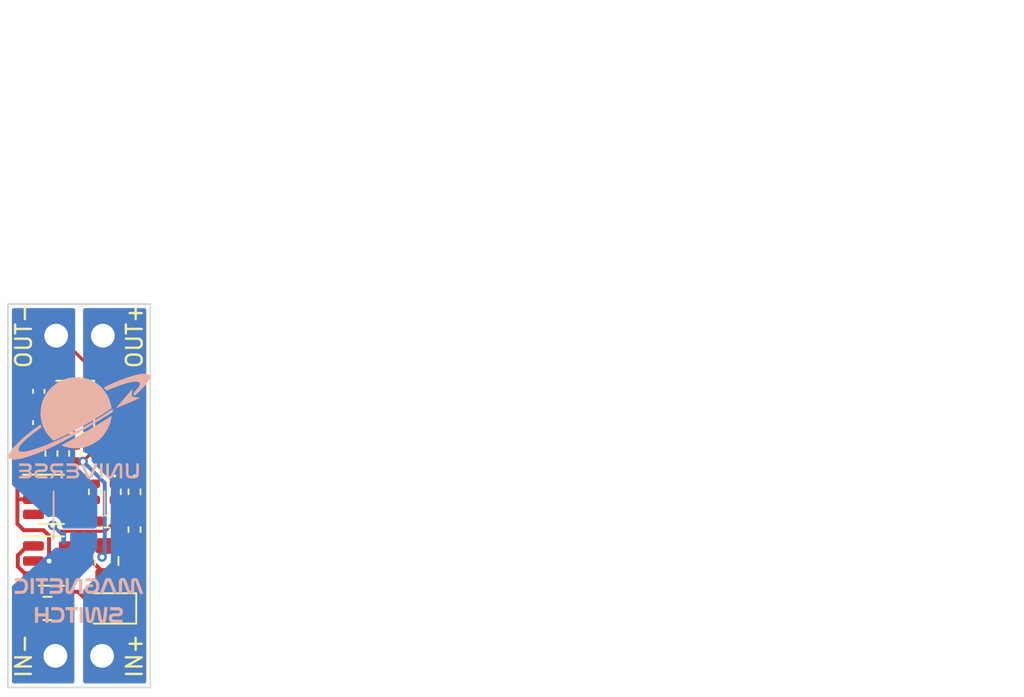
<source format=kicad_pcb>
(kicad_pcb (version 20211014) (generator pcbnew)
  (layers (0 "F.Cu" signal) (31 "B.Cu" signal) (34 "B.Paste" user) (35 "F.Paste" user) (36 "B.SilkS" user "B.Silkscreen") (37 "F.SilkS" user "F.Silkscreen") (38 "B.Mask" user) (39 "F.Mask" user) (44 "Edge.Cuts" user))
  (net 0 "")
  (net 1 "Net-(C1-Pad1)")
  (net 2 "GND")
  (net 3 "+3V3")
  (net 4 "/IN")
  (net 5 "/OUT")
  (net 6 "+BATT")
  (net 8 "Net-(R5-Pad1)")
  (net 9 "Net-(D2-Pad1)")
  (net 10 "Net-(D3-Pad1)")
  (net 11 "/OUT_BATT")
  (net 12 "Net-(C2-Pad1)")
  (net 13 "Net-(Q1-Pad1)")
  (footprint "Resistor_SMD:R_0402_1005Metric" (layer "F.Cu") (at 173 90.375 -90)
    (fp_text reference "R7")
    (fp_text value "1k")
    (pad "1" smd roundrect (at -0.51 0 270) (size 0.54 0.64) (layers "F.Cu" "F.Paste" "F.Mask") (net 10 "Net-(D3-Pad1)"))
    (pad "2" smd roundrect (at 0.51 0 270) (size 0.54 0.64) (layers "F.Cu" "F.Paste" "F.Mask") (net 11 "/OUT_BATT"))
  )
  (footprint "Resistor_SMD:R_0402_1005Metric" (layer "F.Cu") (at 171.75 90.375 -90)
    (fp_text reference "R6")
    (fp_text value "1k")
    (pad "1" smd roundrect (at -0.51 0 270) (size 0.54 0.64) (layers "F.Cu" "F.Paste" "F.Mask") (net 9 "Net-(D2-Pad1)"))
    (pad "2" smd roundrect (at 0.51 0 270) (size 0.54 0.64) (layers "F.Cu" "F.Paste" "F.Mask") (net 2 "GND"))
  )
  (footprint "LED_SMD:LED_0402_1005Metric" (layer "F.Cu") (at 171.75 88.2825 90)
    (fp_text reference "D2")
    (fp_text value "RED")
    (pad "1" smd roundrect (at -0.485 0 90) (size 0.59 0.64) (layers "F.Cu" "F.Paste" "F.Mask") (net 9 "Net-(D2-Pad1)"))
    (pad "2" smd roundrect (at 0.485 0 90) (size 0.59 0.64) (layers "F.Cu" "F.Paste" "F.Mask") (net 3 "+3V3"))
  )
  (footprint "Package_TO_SOT_SMD:SOT-23-5" (layer "F.Cu") (at 167.75 94.75)
    (fp_text reference "U2")
    (fp_text value "LD2980ABM33TR")
    (pad "1" smd roundrect (at -1.1375 -0.95) (size 1.325 0.6) (layers "F.Cu" "F.Paste" "F.Mask") (net 1 "Net-(C1-Pad1)"))
    (pad "2" smd roundrect (at -1.1375 0) (size 1.325 0.6) (layers "F.Cu" "F.Paste" "F.Mask") (net 2 "GND"))
    (pad "3" smd roundrect (at -1.1375 0.95) (size 1.325 0.6) (layers "F.Cu" "F.Paste" "F.Mask") (net 1 "Net-(C1-Pad1)"))
    (pad "4" smd roundrect (at 1.1375 0.95) (size 1.325 0.6) (layers "F.Cu" "F.Paste" "F.Mask"))
    (pad "5" smd roundrect (at 1.1375 -0.95) (size 1.325 0.6) (layers "F.Cu" "F.Paste" "F.Mask") (net 3 "+3V3"))
  )
  (footprint "Capacitor_SMD:C_0402_1005Metric" (layer "F.Cu") (at 166.95 86 90)
    (fp_text reference "C3")
    (fp_text value "4,7nF")
    (pad "1" smd roundrect (at -0.48 0 90) (size 0.56 0.62) (layers "F.Cu" "F.Paste" "F.Mask") (net 4 "/IN"))
    (pad "2" smd roundrect (at 0.48 0 90) (size 0.56 0.62) (layers "F.Cu" "F.Paste" "F.Mask") (net 2 "GND"))
  )
  (footprint "Resistor_SMD:R_0402_1005Metric" (layer "F.Cu") (at 167.75 87.95 -90)
    (fp_text reference "R2")
    (fp_text value "1,2k")
    (pad "1" smd roundrect (at -0.51 0 270) (size 0.54 0.64) (layers "F.Cu" "F.Paste" "F.Mask") (net 4 "/IN"))
    (pad "2" smd roundrect (at 0.51 0 270) (size 0.54 0.64) (layers "F.Cu" "F.Paste" "F.Mask") (net 3 "+3V3"))
  )
  (footprint "Package_TO_SOT_SMD:SC-59" (layer "F.Cu") (at 169.5 85)
    (fp_text reference "U1")
    (fp_text value "TLV4906K")
    (pad "1" smd rect (at -1.2 -0.95) (size 0.9 0.8) (layers "F.Cu" "F.Paste" "F.Mask") (net 12 "Net-(C2-Pad1)"))
    (pad "2" smd rect (at -1.2 0.95) (size 0.9 0.8) (layers "F.Cu" "F.Paste" "F.Mask") (net 4 "/IN"))
    (pad "3" smd rect (at 1.2 0) (size 0.9 0.8) (layers "F.Cu" "F.Paste" "F.Mask") (net 2 "GND"))
  )
  (footprint "Capacitor_SMD:C_0805_2012Metric" (layer "F.Cu") (at 171.25 94.75 -90)
    (fp_text reference "C4")
    (fp_text value "1uF")
    (pad "1" smd roundrect (at -0.95 0 270) (size 1 1.45) (layers "F.Cu" "F.Paste" "F.Mask") (net 3 "+3V3"))
    (pad "2" smd roundrect (at 0.95 0 270) (size 1 1.45) (layers "F.Cu" "F.Paste" "F.Mask") (net 2 "GND"))
  )
  (footprint "SIM800L (1):1 pad tht" (layer "F.Cu") (at 168 80.5 90)
    (fp_text reference "J2")
    (fp_text value "Pow_Out")
    (pad "1" thru_hole roundrect (at 0 0.05 90) (size 3 2) (drill 1.5) (layers *.Cu *.Mask) (net 11 "/OUT_BATT"))
    (pad "2" thru_hole roundrect (at 0 3 90) (size 3 2) (drill 1.5) (layers *.Cu *.Mask) (net 6 "+BATT"))
  )
  (footprint "Resistor_SMD:R_0402_1005Metric" (layer "F.Cu") (at 170.5 90.375 -90)
    (fp_text reference "R5")
    (fp_text value "10k")
    (pad "1" smd roundrect (at -0.51 0 270) (size 0.54 0.64) (layers "F.Cu" "F.Paste" "F.Mask") (net 8 "Net-(R5-Pad1)"))
    (pad "2" smd roundrect (at 0.51 0 270) (size 0.54 0.64) (layers "F.Cu" "F.Paste" "F.Mask") (net 3 "+3V3"))
  )
  (footprint "Diode_SMD:D_0805_2012Metric" (layer "F.Cu") (at 171.425 97.75 180)
    (fp_text reference "D1")
    (fp_text value "DIODE")
    (pad "1" smd roundrect (at -0.9375 0 180) (size 0.975 1.4) (layers "F.Cu" "F.Paste" "F.Mask") (net 6 "+BATT"))
    (pad "2" smd roundrect (at 0.9375 0 180) (size 0.975 1.4) (layers "F.Cu" "F.Paste" "F.Mask") (net 1 "Net-(C1-Pad1)"))
  )
  (footprint "Resistor_SMD:R_0402_1005Metric" (layer "F.Cu") (at 169.25 87.95 -90)
    (fp_text reference "R1")
    (fp_text value "200R")
    (pad "1" smd roundrect (at -0.51 0 270) (size 0.54 0.64) (layers "F.Cu" "F.Paste" "F.Mask") (net 12 "Net-(C2-Pad1)"))
    (pad "2" smd roundrect (at 0.51 0 270) (size 0.54 0.64) (layers "F.Cu" "F.Paste" "F.Mask") (net 3 "+3V3"))
  )
  (footprint "SIM800L (1):1 pad tht" (layer "F.Cu") (at 167.95 100.75 90)
    (fp_text reference "J1")
    (fp_text value "Pow_In")
    (pad "1" thru_hole roundrect (at 0 0.05 90) (size 3 2) (drill 1.5) (layers *.Cu *.Mask) (net 2 "GND"))
    (pad "2" thru_hole roundrect (at 0 3 90) (size 3 2) (drill 1.5) (layers *.Cu *.Mask) (net 6 "+BATT"))
  )
  (footprint "Capacitor_SMD:C_0402_1005Metric" (layer "F.Cu") (at 166.95 84.02 -90)
    (fp_text reference "C2")
    (fp_text value "4,7nF")
    (pad "1" smd roundrect (at -0.48 0 270) (size 0.56 0.62) (layers "F.Cu" "F.Paste" "F.Mask") (net 12 "Net-(C2-Pad1)"))
    (pad "2" smd roundrect (at 0.48 0 270) (size 0.56 0.62) (layers "F.Cu" "F.Paste" "F.Mask") (net 2 "GND"))
  )
  (footprint "Resistor_SMD:R_0402_1005Metric" (layer "F.Cu") (at 173 92.76 -90)
    (fp_text reference "R4")
    (fp_text value "100k")
    (pad "1" smd roundrect (at -0.51 0 270) (size 0.54 0.64) (layers "F.Cu" "F.Paste" "F.Mask") (net 13 "Net-(Q1-Pad1)"))
    (pad "2" smd roundrect (at 0.51 0 270) (size 0.54 0.64) (layers "F.Cu" "F.Paste" "F.Mask") (net 2 "GND"))
  )
  (footprint "LED_SMD:LED_0402_1005Metric" (layer "F.Cu") (at 173 88.275 90)
    (fp_text reference "D3")
    (fp_text value "GREEN")
    (pad "1" smd roundrect (at -0.485 0 90) (size 0.59 0.64) (layers "F.Cu" "F.Paste" "F.Mask") (net 10 "Net-(D3-Pad1)"))
    (pad "2" smd roundrect (at 0.485 0 90) (size 0.59 0.64) (layers "F.Cu" "F.Paste" "F.Mask") (net 6 "+BATT"))
  )
  (footprint "Capacitor_SMD:C_0805_2012Metric" (layer "F.Cu") (at 167.5 97.75)
    (fp_text reference "C1")
    (fp_text value "1uF")
    (pad "1" smd roundrect (at -0.95 0) (size 1 1.45) (layers "F.Cu" "F.Paste" "F.Mask") (net 1 "Net-(C1-Pad1)"))
    (pad "2" smd roundrect (at 0.95 0) (size 1 1.45) (layers "F.Cu" "F.Paste" "F.Mask") (net 2 "GND"))
  )
  (footprint "Package_TO_SOT_SMD:SOT-23-6" (layer "F.Cu") (at 167.75 90.85)
    (fp_text reference "U3")
    (fp_text value "ATtiny9-TS")
    (pad "1" smd roundrect (at -1.1375 -0.95) (size 1.325 0.6) (layers "F.Cu" "F.Paste" "F.Mask") (net 4 "/IN"))
    (pad "2" smd roundrect (at -1.1375 0) (size 1.325 0.6) (layers "F.Cu" "F.Paste" "F.Mask") (net 2 "GND"))
    (pad "3" smd roundrect (at -1.1375 0.95) (size 1.325 0.6) (layers "F.Cu" "F.Paste" "F.Mask"))
    (pad "4" smd roundrect (at 1.1375 0.95) (size 1.325 0.6) (layers "F.Cu" "F.Paste" "F.Mask") (net 5 "/OUT"))
    (pad "5" smd roundrect (at 1.1375 0) (size 1.325 0.6) (layers "F.Cu" "F.Paste" "F.Mask") (net 3 "+3V3"))
    (pad "6" smd roundrect (at 1.1375 -0.95) (size 1.325 0.6) (layers "F.Cu" "F.Paste" "F.Mask") (net 8 "Net-(R5-Pad1)"))
  )
  (footprint "Resistor_SMD:R_0402_1005Metric" (layer "F.Cu") (at 171.25 92.25)
    (fp_text reference "R3")
    (fp_text value "10k")
    (pad "1" smd roundrect (at -0.51 0) (size 0.54 0.64) (layers "F.Cu" "F.Paste" "F.Mask") (net 5 "/OUT"))
    (pad "2" smd roundrect (at 0.51 0) (size 0.54 0.64) (layers "F.Cu" "F.Paste" "F.Mask") (net 13 "Net-(Q1-Pad1)"))
  )
  (footprint "filmy i zdjęcia:UNIVERSE" (layer "B.Cu") (at 169.5 89.05 180)
    (fp_text reference "G***" hide)
    (fp_text value "LOGO" hide)
  )
  (footprint "Package_DFN_QFN:DFN-8-1EP_3x3mm_P0.65mm_EP1.7x2.05mm" (layer "B.Cu") (at 169.5 91.85 90)
    (fp_text reference "Q1")
    (fp_text value "AON7296")
    (pad "1" smd roundrect (at -1.45 -0.975 90) (size 0.8 0.3) (layers "B.Cu" "B.Paste" "B.Mask") (net 13 "Net-(Q1-Pad1)"))
    (pad "2" smd roundrect (at 1.45 0.325 90) (size 0.8 0.3) (layers "B.Cu" "B.Paste" "B.Mask") (net 11 "/OUT_BATT"))
    (pad "2" smd rect (at 0 0 90) (size 1.7 2.05) (layers "B.Cu" "B.Mask") (net 11 "/OUT_BATT"))
    (pad "2" smd roundrect (at 1.45 -0.975 90) (size 0.8 0.3) (layers "B.Cu" "B.Paste" "B.Mask") (net 11 "/OUT_BATT"))
    (pad "2" smd roundrect (at 1.45 -0.325 90) (size 0.8 0.3) (layers "B.Cu" "B.Paste" "B.Mask") (net 11 "/OUT_BATT"))
    (pad "2" smd roundrect (at 1.45 0.975 90) (size 0.8 0.3) (layers "B.Cu" "B.Paste" "B.Mask") (net 11 "/OUT_BATT"))
    (pad "3" smd roundrect (at -1.45 0.325 90) (size 0.8 0.3) (layers "B.Cu" "B.Paste" "B.Mask") (net 2 "GND"))
    (pad "3" smd roundrect (at -1.45 0.975 90) (size 0.8 0.3) (layers "B.Cu" "B.Paste" "B.Mask") (net 2 "GND"))
    (pad "3" smd roundrect (at -1.45 -0.325 90) (size 0.8 0.3) (layers "B.Cu" "B.Paste" "B.Mask") (net 2 "GND"))
  )
  (footprint "LOGO" (layer "B.Cu") (at 169.5 97.25 180)
    (fp_text reference "G***" hide)
    (fp_text value "LOGO" hide)
  )
  (footprint "filmy i zdjęcia:LOGO2" (layer "B.Cu") (at 169.280781 85.4 -135)
    (fp_text reference "G***" hide)
    (fp_text value "LOGO" hide)
  )
  (gr_rect (start 165 78.5) (end 174 102.75) (layer "Edge.Cuts") (width 0.1) (fill none))
  (gr_text "OUT-" (at 166 80.5 90) (layer "F.SilkS") (effects (font (size 1 1))))
  (gr_text "OUT+" (at 173 80.5 90) (layer "F.SilkS") (effects (font (size 1 1))))
  (gr_text "IN-" (at 166 100.75 90) (layer "F.SilkS") (effects (font (size 1 1))))
  (gr_text "IN+" (at 173 100.75 90) (layer "F.SilkS") (effects (font (size 1 1))))
  (segment (start 166.228928 93.8) (end 165.62548 94.403448) (width 0.25) (layer "F.Cu") (net 1))
  (segment (start 169.43798 96.70048) (end 170.4875 97.75) (width 0.25) (layer "F.Cu") (net 1))
  (segment (start 166.55 97.75) (end 166.55 95.7625) (width 0.25) (layer "F.Cu") (net 1))
  (segment (start 166.6125 93.8) (end 166.228928 93.8) (width 0.25) (layer "F.Cu") (net 1))
  (segment (start 166.55 95.7625) (end 166.6125 95.7) (width 0.25) (layer "F.Cu") (net 1))
  (segment (start 165.62548 94.403448) (end 165.62548 95.096552) (width 0.25) (layer "F.Cu") (net 1))
  (segment (start 166.55 97.75) (end 167.59952 96.70048) (width 0.25) (layer "F.Cu") (net 1))
  (segment (start 166.228928 95.7) (end 166.6125 95.7) (width 0.25) (layer "F.Cu") (net 1))
  (segment (start 165.62548 95.096552) (end 166.228928 95.7) (width 0.25) (layer "F.Cu") (net 1))
  (segment (start 167.59952 96.70048) (end 169.43798 96.70048) (width 0.25) (layer "F.Cu") (net 1))
  (segment (start 172.39 91.525) (end 173.269504 91.525) (width 0.2) (layer "F.Cu") (net 2))
  (segment (start 167 85) (end 166.95 85.05) (width 0.25) (layer "F.Cu") (net 2))
  (segment (start 166.6125 90.85) (end 165.6 90.85) (width 0.25) (layer "F.Cu") (net 2))
  (segment (start 165.6 92.4) (end 166 92.8) (width 0.25) (layer "F.Cu") (net 2))
  (segment (start 170.3 94.75) (end 171.25 95.7) (width 0.25) (layer "F.Cu") (net 2))
  (segment (start 167.59952 93.14952) (end 167.59952 94.74952) (width 0.25) (layer "F.Cu") (net 2))
  (segment (start 168.45 100.3) (end 168.45 97.75) (width 0.25) (layer "F.Cu") (net 2))
  (segment (start 173.61952 91.875016) (end 173.61952 92.65048) (width 0.2) (layer "F.Cu") (net 2))
  (segment (start 173 93.27) (end 173 93.95) (width 0.2) (layer "F.Cu") (net 2))
  (segment (start 167.25 92.8) (end 167.59952 93.14952) (width 0.25) (layer "F.Cu") (net 2))
  (segment (start 166 92.8) (end 167.25 92.8) (width 0.25) (layer "F.Cu") (net 2))
  (segment (start 170.7 85) (end 167 85) (width 0.25) (layer "F.Cu") (net 2))
  (segment (start 166.95 84.5) (end 166.95 85.05) (width 0.25) (layer "F.Cu") (net 2))
  (segment (start 166.95 85.05) (end 166.95 85.52) (width 0.25) (layer "F.Cu") (net 2))
  (segment (start 173.61952 92.65048) (end 173 93.27) (width 0.2) (layer "F.Cu") (net 2))
  (segment (start 168 100.75) (end 168.45 100.3) (width 0.25) (layer "F.Cu") (net 2))
  (segment (start 171.75 90.885) (end 172.39 91.525) (width 0.2) (layer "F.Cu") (net 2))
  (segment (start 173.269504 91.525) (end 173.61952 91.875016) (width 0.2) (layer "F.Cu") (net 2))
  (segment (start 165.6 86.650978) (end 166.730978 85.52) (width 0.25) (layer "F.Cu") (net 2))
  (segment (start 165.6 86.650978) (end 165.6 92.4) (width 0.25) (layer "F.Cu") (net 2))
  (segment (start 173 93.95) (end 171.25 95.7) (width 0.2) (layer "F.Cu") (net 2))
  (segment (start 166.6125 94.75) (end 167.6 94.75) (width 0.25) (layer "F.Cu") (net 2))
  (segment (start 166.730978 85.52) (end 166.95 85.52) (width 0.25) (layer "F.Cu") (net 2))
  (segment (start 167.59952 94.74952) (end 167.6 94.75) (width 0.25) (layer "F.Cu") (net 2))
  (segment (start 167.6 94.75) (end 170.3 94.75) (width 0.25) (layer "F.Cu") (net 2))
  (via (at 167.6 94.75) (size 0.6) (drill 0.3) (layers "F.Cu" "B.Cu") (net 2))
  (segment (start 170.95 94.5) (end 170.95 94.1) (width 0.25) (layer "F.Cu") (net 3))
  (segment (start 167.75 88.46) (end 167.75 90.1) (width 0.25) (layer "F.Cu") (net 3))
  (segment (start 169.75 88.45) (end 170.4025 87.7975) (width 0.2) (layer "F.Cu") (net 3))
  (segment (start 168.5 90.85) (end 168.8875 90.85) (width 0.25) (layer "F.Cu") (net 3))
  (segment (start 168.8875 93.8) (end 171.25 93.8) (width 0.25) (layer "F.Cu") (net 3))
  (segment (start 168.8875 90.85) (end 170.44 90.85) (width 0.2) (layer "F.Cu") (net 3))
  (segment (start 167.75 90.1) (end 168.5 90.85) (width 0.25) (layer "F.Cu") (net 3))
  (segment (start 169.75 88.45) (end 167.76 88.45) (width 0.25) (layer "F.Cu") (net 3))
  (segment (start 170.4025 87.7975) (end 171.75 87.7975) (width 0.2) (layer "F.Cu") (net 3))
  (segment (start 170.95 94.1) (end 171.25 93.8) (width 0.25) (layer "F.Cu") (net 3))
  (via (at 170.95 94.5) (size 0.6) (drill 0.3) (layers "F.Cu" "B.Cu") (net 3))
  (via (at 169.75 88.45) (size 0.6) (drill 0.3) (layers "F.Cu" "B.Cu") (net 3))
  (segment (start 171.1245 94.3255) (end 170.95 94.5) (width 0.25) (layer "B.Cu") (net 3))
  (segment (start 169.75 88.45) (end 171.1245 89.8245) (width 0.25) (layer "B.Cu") (net 3))
  (segment (start 171.1245 89.8245) (end 171.1245 94.3255) (width 0.25) (layer "B.Cu") (net 3))
  (segment (start 167.75 86.5) (end 168.3 85.95) (width 0.2) (layer "F.Cu") (net 4))
  (segment (start 166.6125 88.5775) (end 167.75 87.44) (width 0.2) (layer "F.Cu") (net 4))
  (segment (start 167.75 87.44) (end 167.75 86.5) (width 0.2) (layer "F.Cu") (net 4))
  (segment (start 166.95 86.48) (end 167.73 86.48) (width 0.2) (layer "F.Cu") (net 4))
  (segment (start 166.6125 89.9) (end 166.6125 88.5775) (width 0.2) (layer "F.Cu") (net 4))
  (segment (start 170.29 91.8) (end 170.74 92.25) (width 0.2) (layer "F.Cu") (net 5))
  (segment (start 168.8875 91.8) (end 170.29 91.8) (width 0.2) (layer "F.Cu") (net 5))
  (segment (start 173 87.79) (end 173 84.05) (width 0.2) (layer "F.Cu") (net 6))
  (segment (start 172.3625 97.75) (end 172.3625 99.3375) (width 0.25) (layer "F.Cu") (net 6))
  (segment (start 171 82.05) (end 171 80.5) (width 0.2) (layer "F.Cu") (net 6))
  (segment (start 172.3625 99.3375) (end 170.95 100.75) (width 0.25) (layer "F.Cu") (net 6))
  (segment (start 173 84.05) (end 171 82.05) (width 0.2) (layer "F.Cu") (net 6))
  (segment (start 168.8875 89.9) (end 170.44 89.9) (width 0.2) (layer "F.Cu") (net 8))
  (segment (start 171.75 89.84) (end 171.75 88.7675) (width 0.2) (layer "F.Cu") (net 9))
  (segment (start 173 89.84) (end 173 88.76) (width 0.2) (layer "F.Cu") (net 10))
  (segment (start 172.38048 84.680118) (end 168.200362 80.5) (width 0.2) (layer "F.Cu") (net 11))
  (segment (start 173 90.86) (end 172.38048 90.24048) (width 0.2) (layer "F.Cu") (net 11))
  (segment (start 172.38048 90.24048) (end 172.38048 84.680118) (width 0.2) (layer "F.Cu") (net 11))
  (segment (start 169.31702 87.37298) (end 169.25 87.44) (width 0.25) (layer "F.Cu") (net 12))
  (segment (start 168.3 84.05) (end 171.07 84.05) (width 0.25) (layer "F.Cu") (net 12))
  (segment (start 171.55 86.85) (end 171.02702 87.37298) (width 0.25) (layer "F.Cu") (net 12))
  (segment (start 167.79 83.54) (end 168.3 84.05) (width 0.25) (layer "F.Cu") (net 12))
  (segment (start 171.55 84.53) (end 171.55 86.85) (width 0.25) (layer "F.Cu") (net 12))
  (segment (start 166.95 83.54) (end 167.79 83.54) (width 0.25) (layer "F.Cu") (net 12))
  (segment (start 171.02702 87.37298) (end 169.31702 87.37298) (width 0.25) (layer "F.Cu") (net 12))
  (segment (start 171.07 84.05) (end 171.55 84.53) (width 0.25) (layer "F.Cu") (net 12))
  (segment (start 167.826502 92.493325) (end 168.202697 92.86952) (width 0.2) (layer "F.Cu") (net 13))
  (segment (start 171.14048 92.86952) (end 171.76 92.25) (width 0.2) (layer "F.Cu") (net 13))
  (segment (start 168.202697 92.86952) (end 171.14048 92.86952) (width 0.2) (layer "F.Cu") (net 13))
  (segment (start 171.76 92.25) (end 173 92.25) (width 0.2) (layer "F.Cu") (net 13))
  (via (at 167.826502 92.493325) (size 0.6) (drill 0.3) (layers "F.Cu" "B.Cu") (net 13))
  (segment (start 168.525 93.3) (end 168.525 93.191823) (width 0.2) (layer "B.Cu") (net 13))
  (segment (start 168.525 93.191823) (end 167.826502 92.493325) (width 0.2) (layer "B.Cu") (net 13))
  (zone (net 2) (net_name "GND") (layer "B.Cu") (connect_pads yes (clearance 0.254)) (min_thickness 0.254) (fill yes (thermal_gap 0.508) (thermal_bridge_width 0.508))
    (polygon (pts (xy 170.65 94.7) (xy 169.2 96.15) (xy 169.2 103.25) (xy 164.5 103.25) (xy 164.5 97) (xy 168 93.9) (xy 168.85 93.9) (xy 168.85 92.95) (xy 170.65 92.95)))
  )
  (zone (net 6) (net_name "+BATT") (layer "B.Cu") (connect_pads yes (clearance 0.254)) (min_thickness 0.254) (fill yes (thermal_gap 0.508) (thermal_bridge_width 0.508))
    (polygon (pts (xy 174.5 103.25) (xy 169.75 103.25) (xy 169.75 96.6) (xy 171.5 94.85) (xy 171.5 90.1) (xy 169.75 88.4) (xy 169.75 78) (xy 174.5 78)))
  )
  (zone (net 11) (net_name "/OUT_BATT") (layer "B.Cu") (connect_pads yes (clearance 0.254)) (min_thickness 0.254) (fill yes (thermal_gap 0.508) (thermal_bridge_width 0.508))
    (polygon (pts (xy 169.25 88.65) (xy 170.65 90.05) (xy 170.65 92.65) (xy 168.25 92.65) (xy 164.5 89.25) (xy 164.5 78) (xy 169.25 78)))
  )
)
</source>
